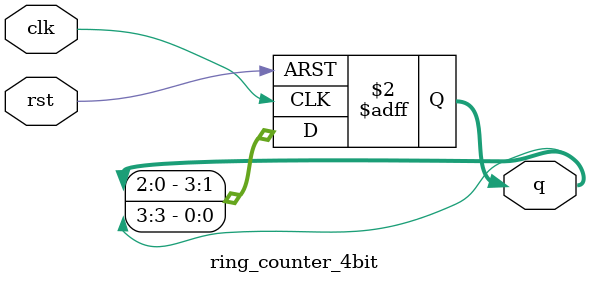
<source format=v>

module ring_counter_4bit (
    input clk,
    input rst,
    output reg [3:0] q
);
    always @(posedge clk or posedge rst) begin
        if (rst)
            q <= 4'b1000;              // Start with only one '1'
        else
            q <= {q[2:0], q[3]};       // Rotate left
    end
endmodule

</source>
